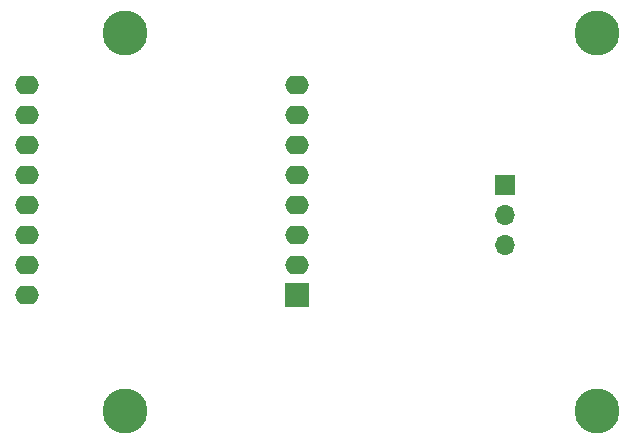
<source format=gbr>
%TF.GenerationSoftware,KiCad,Pcbnew,8.0.3*%
%TF.CreationDate,2025-06-16T15:41:18+02:00*%
%TF.ProjectId,gate-driver,67617465-2d64-4726-9976-65722e6b6963,rev?*%
%TF.SameCoordinates,Original*%
%TF.FileFunction,Copper,L2,Bot*%
%TF.FilePolarity,Positive*%
%FSLAX46Y46*%
G04 Gerber Fmt 4.6, Leading zero omitted, Abs format (unit mm)*
G04 Created by KiCad (PCBNEW 8.0.3) date 2025-06-16 15:41:18*
%MOMM*%
%LPD*%
G01*
G04 APERTURE LIST*
%TA.AperFunction,ComponentPad*%
%ADD10R,1.700000X1.700000*%
%TD*%
%TA.AperFunction,ComponentPad*%
%ADD11O,1.700000X1.700000*%
%TD*%
%TA.AperFunction,ComponentPad*%
%ADD12C,3.800000*%
%TD*%
%TA.AperFunction,ComponentPad*%
%ADD13R,2.000000X2.000000*%
%TD*%
%TA.AperFunction,ComponentPad*%
%ADD14O,2.000000X1.600000*%
%TD*%
G04 APERTURE END LIST*
D10*
%TO.P,J1,1,Pin_1*%
%TO.N,GND*%
X132205000Y-62870000D03*
D11*
%TO.P,J1,2,Pin_2*%
%TO.N,+5V*%
X132205000Y-65410000D03*
%TO.P,J1,3,Pin_3*%
%TO.N,Net-(J1-Pin_3)*%
X132205000Y-67950000D03*
%TD*%
D12*
%TO.P,REF\u002A\u002A,1*%
%TO.N,N/C*%
X100000000Y-82000000D03*
%TD*%
%TO.P,REF\u002A\u002A,1*%
%TO.N,N/C*%
X100000000Y-50000000D03*
%TD*%
%TO.P,REF\u002A\u002A,1*%
%TO.N,N/C*%
X140000000Y-50000000D03*
%TD*%
%TO.P,REF\u002A\u002A,1*%
%TO.N,N/C*%
X140000000Y-82000000D03*
%TD*%
D13*
%TO.P,U1,1,~{RST}*%
%TO.N,unconnected-(U1-~{RST}-Pad1)*%
X114565000Y-72150000D03*
D14*
%TO.P,U1,2,A0*%
%TO.N,unconnected-(U1-A0-Pad2)*%
X114565000Y-69610000D03*
%TO.P,U1,3,D0*%
%TO.N,unconnected-(U1-D0-Pad3)*%
X114565000Y-67070000D03*
%TO.P,U1,4,SCK/D5*%
%TO.N,unconnected-(U1-SCK{slash}D5-Pad4)*%
X114565000Y-64530000D03*
%TO.P,U1,5,MISO/D6*%
%TO.N,unconnected-(U1-MISO{slash}D6-Pad5)*%
X114565000Y-61990000D03*
%TO.P,U1,6,MOSI/D7*%
%TO.N,unconnected-(U1-MOSI{slash}D7-Pad6)*%
X114565000Y-59450000D03*
%TO.P,U1,7,CS/D8*%
%TO.N,unconnected-(U1-CS{slash}D8-Pad7)*%
X114565000Y-56910000D03*
%TO.P,U1,8,3V3*%
%TO.N,unconnected-(U1-3V3-Pad8)*%
X114565000Y-54370000D03*
%TO.P,U1,9,5V*%
%TO.N,+5V*%
X91705000Y-54370000D03*
%TO.P,U1,10,GND*%
%TO.N,GND*%
X91705000Y-56910000D03*
%TO.P,U1,11,D4*%
%TO.N,unconnected-(U1-D4-Pad11)*%
X91705000Y-59450000D03*
%TO.P,U1,12,D3*%
%TO.N,unconnected-(U1-D3-Pad12)*%
X91705000Y-61990000D03*
%TO.P,U1,13,SDA/D2*%
%TO.N,Net-(J1-Pin_3)*%
X91705000Y-64530000D03*
%TO.P,U1,14,SCL/D1*%
%TO.N,unconnected-(U1-SCL{slash}D1-Pad14)*%
X91705000Y-67070000D03*
%TO.P,U1,15,RX*%
%TO.N,unconnected-(U1-RX-Pad15)*%
X91705000Y-69610000D03*
%TO.P,U1,16,TX*%
%TO.N,unconnected-(U1-TX-Pad16)*%
X91705000Y-72150000D03*
%TD*%
M02*

</source>
